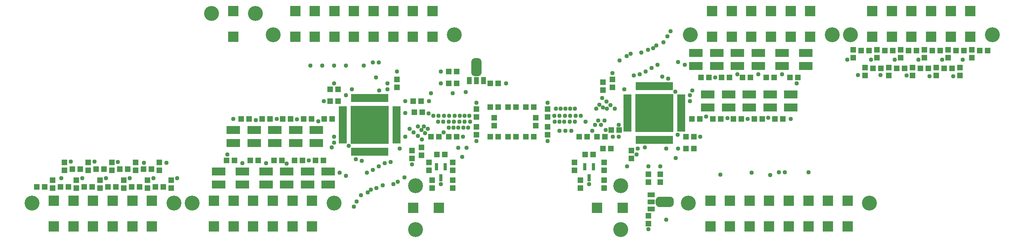
<source format=gbr>
G04 EAGLE Gerber RS-274X export*
G75*
%MOMM*%
%FSLAX34Y34*%
%LPD*%
%INSoldermask Top*%
%IPPOS*%
%AMOC8*
5,1,8,0,0,1.08239X$1,22.5*%
G01*
%ADD10R,1.303200X1.203200*%
%ADD11R,1.203200X1.303200*%
%ADD12R,2.303200X2.303200*%
%ADD13C,3.203200*%
%ADD14R,0.803200X1.603200*%
%ADD15R,1.678200X0.503200*%
%ADD16R,0.503200X1.678200*%
%ADD17R,8.203200X8.203200*%
%ADD18R,2.903200X1.803200*%
%ADD19R,1.003200X1.603200*%
%ADD20R,1.000000X1.600000*%
%ADD21R,1.603200X1.003200*%
%ADD22R,1.600000X1.000000*%
%ADD23C,0.959600*%

G36*
X980734Y345617D02*
X980734Y345617D01*
X981068Y345627D01*
X981145Y345637D01*
X981223Y345641D01*
X981554Y345689D01*
X981886Y345732D01*
X981962Y345749D01*
X982039Y345760D01*
X982364Y345841D01*
X982689Y345915D01*
X982763Y345940D01*
X982839Y345958D01*
X983155Y346070D01*
X983472Y346175D01*
X983543Y346207D01*
X983616Y346233D01*
X983920Y346374D01*
X984225Y346510D01*
X984293Y346548D01*
X984363Y346581D01*
X984652Y346752D01*
X984942Y346916D01*
X985006Y346961D01*
X985073Y347001D01*
X985344Y347198D01*
X985617Y347390D01*
X985676Y347441D01*
X985739Y347487D01*
X985989Y347710D01*
X986242Y347927D01*
X986296Y347983D01*
X986355Y348035D01*
X986582Y348281D01*
X986813Y348522D01*
X986861Y348583D01*
X986914Y348641D01*
X987116Y348906D01*
X987323Y349170D01*
X987365Y349235D01*
X987412Y349297D01*
X987587Y349582D01*
X987768Y349863D01*
X987804Y349933D01*
X987845Y349999D01*
X987991Y350299D01*
X988144Y350597D01*
X988173Y350670D01*
X988207Y350740D01*
X988324Y351053D01*
X988447Y351364D01*
X988468Y351439D01*
X988496Y351512D01*
X988582Y351835D01*
X988674Y352156D01*
X988688Y352233D01*
X988708Y352308D01*
X988763Y352638D01*
X988823Y352967D01*
X988828Y353030D01*
X988843Y353122D01*
X988898Y353944D01*
X988895Y354037D01*
X988899Y354100D01*
X988899Y375850D01*
X988883Y376184D01*
X988873Y376518D01*
X988863Y376595D01*
X988859Y376673D01*
X988811Y377004D01*
X988768Y377336D01*
X988751Y377412D01*
X988740Y377489D01*
X988659Y377814D01*
X988585Y378139D01*
X988560Y378213D01*
X988542Y378289D01*
X988430Y378605D01*
X988325Y378922D01*
X988293Y378993D01*
X988267Y379066D01*
X988126Y379370D01*
X987990Y379675D01*
X987952Y379743D01*
X987919Y379813D01*
X987748Y380102D01*
X987584Y380392D01*
X987539Y380456D01*
X987499Y380523D01*
X987302Y380794D01*
X987110Y381067D01*
X987059Y381126D01*
X987013Y381189D01*
X986790Y381439D01*
X986573Y381692D01*
X986517Y381746D01*
X986465Y381805D01*
X986219Y382032D01*
X985978Y382263D01*
X985917Y382311D01*
X985859Y382364D01*
X985594Y382566D01*
X985331Y382773D01*
X985265Y382815D01*
X985203Y382862D01*
X984918Y383037D01*
X984637Y383218D01*
X984567Y383254D01*
X984501Y383295D01*
X984201Y383441D01*
X983903Y383594D01*
X983830Y383623D01*
X983760Y383657D01*
X983447Y383774D01*
X983136Y383897D01*
X983061Y383918D01*
X982988Y383946D01*
X982665Y384032D01*
X982344Y384124D01*
X982267Y384138D01*
X982192Y384158D01*
X981862Y384213D01*
X981533Y384273D01*
X981470Y384278D01*
X981378Y384293D01*
X980556Y384348D01*
X980463Y384345D01*
X980400Y384349D01*
X975150Y384349D01*
X974816Y384333D01*
X974482Y384323D01*
X974405Y384313D01*
X974327Y384309D01*
X973996Y384261D01*
X973664Y384218D01*
X973588Y384201D01*
X973511Y384190D01*
X973186Y384109D01*
X972861Y384035D01*
X972787Y384010D01*
X972711Y383992D01*
X972395Y383880D01*
X972078Y383775D01*
X972007Y383743D01*
X971934Y383717D01*
X971630Y383576D01*
X971325Y383440D01*
X971257Y383402D01*
X971187Y383369D01*
X970898Y383198D01*
X970608Y383034D01*
X970544Y382989D01*
X970477Y382949D01*
X970206Y382752D01*
X969933Y382560D01*
X969874Y382509D01*
X969811Y382463D01*
X969561Y382240D01*
X969308Y382023D01*
X969254Y381967D01*
X969196Y381915D01*
X968968Y381669D01*
X968737Y381428D01*
X968689Y381367D01*
X968636Y381309D01*
X968434Y381044D01*
X968227Y380781D01*
X968185Y380715D01*
X968138Y380653D01*
X967963Y380368D01*
X967782Y380087D01*
X967746Y380017D01*
X967705Y379951D01*
X967559Y379651D01*
X967406Y379353D01*
X967378Y379280D01*
X967343Y379210D01*
X967226Y378897D01*
X967103Y378586D01*
X967082Y378511D01*
X967054Y378438D01*
X966968Y378115D01*
X966876Y377794D01*
X966862Y377717D01*
X966842Y377642D01*
X966787Y377312D01*
X966727Y376983D01*
X966722Y376920D01*
X966707Y376828D01*
X966652Y376006D01*
X966655Y375913D01*
X966651Y375850D01*
X966651Y354100D01*
X966667Y353766D01*
X966677Y353432D01*
X966687Y353355D01*
X966691Y353277D01*
X966739Y352946D01*
X966782Y352614D01*
X966799Y352538D01*
X966810Y352461D01*
X966891Y352136D01*
X966965Y351811D01*
X966990Y351737D01*
X967008Y351661D01*
X967120Y351345D01*
X967225Y351028D01*
X967257Y350957D01*
X967283Y350884D01*
X967424Y350580D01*
X967560Y350275D01*
X967598Y350207D01*
X967631Y350137D01*
X967802Y349848D01*
X967966Y349558D01*
X968011Y349494D01*
X968051Y349427D01*
X968248Y349156D01*
X968440Y348883D01*
X968491Y348824D01*
X968537Y348761D01*
X968760Y348511D01*
X968977Y348258D01*
X969033Y348204D01*
X969085Y348146D01*
X969331Y347918D01*
X969572Y347687D01*
X969633Y347639D01*
X969691Y347586D01*
X969956Y347384D01*
X970220Y347177D01*
X970285Y347135D01*
X970347Y347088D01*
X970632Y346913D01*
X970913Y346732D01*
X970983Y346696D01*
X971049Y346655D01*
X971349Y346509D01*
X971647Y346356D01*
X971720Y346328D01*
X971790Y346293D01*
X972103Y346176D01*
X972414Y346053D01*
X972489Y346032D01*
X972562Y346004D01*
X972885Y345918D01*
X973206Y345826D01*
X973283Y345812D01*
X973358Y345792D01*
X973688Y345737D01*
X974017Y345677D01*
X974080Y345672D01*
X974172Y345657D01*
X974994Y345602D01*
X975087Y345605D01*
X975150Y345601D01*
X980400Y345601D01*
X980734Y345617D01*
G37*
G36*
X1392184Y65217D02*
X1392184Y65217D01*
X1392518Y65227D01*
X1392595Y65237D01*
X1392673Y65241D01*
X1393004Y65289D01*
X1393336Y65332D01*
X1393412Y65349D01*
X1393489Y65360D01*
X1393814Y65441D01*
X1394139Y65515D01*
X1394213Y65540D01*
X1394289Y65558D01*
X1394605Y65670D01*
X1394922Y65775D01*
X1394993Y65807D01*
X1395066Y65833D01*
X1395370Y65974D01*
X1395675Y66110D01*
X1395743Y66148D01*
X1395813Y66181D01*
X1396102Y66352D01*
X1396392Y66516D01*
X1396456Y66561D01*
X1396523Y66601D01*
X1396794Y66798D01*
X1397067Y66990D01*
X1397126Y67041D01*
X1397189Y67087D01*
X1397439Y67310D01*
X1397692Y67527D01*
X1397746Y67583D01*
X1397805Y67635D01*
X1398032Y67881D01*
X1398263Y68122D01*
X1398311Y68183D01*
X1398364Y68241D01*
X1398566Y68506D01*
X1398773Y68770D01*
X1398815Y68835D01*
X1398862Y68897D01*
X1399037Y69182D01*
X1399218Y69463D01*
X1399254Y69533D01*
X1399295Y69599D01*
X1399441Y69899D01*
X1399594Y70197D01*
X1399623Y70270D01*
X1399657Y70340D01*
X1399774Y70653D01*
X1399897Y70964D01*
X1399918Y71039D01*
X1399946Y71112D01*
X1400032Y71435D01*
X1400124Y71756D01*
X1400138Y71833D01*
X1400158Y71908D01*
X1400213Y72238D01*
X1400273Y72567D01*
X1400278Y72630D01*
X1400293Y72722D01*
X1400348Y73544D01*
X1400345Y73637D01*
X1400349Y73700D01*
X1400349Y78950D01*
X1400333Y79284D01*
X1400323Y79618D01*
X1400313Y79695D01*
X1400309Y79773D01*
X1400261Y80104D01*
X1400218Y80436D01*
X1400201Y80512D01*
X1400190Y80589D01*
X1400109Y80914D01*
X1400035Y81239D01*
X1400010Y81313D01*
X1399992Y81389D01*
X1399880Y81705D01*
X1399775Y82022D01*
X1399743Y82093D01*
X1399717Y82166D01*
X1399576Y82470D01*
X1399440Y82775D01*
X1399402Y82843D01*
X1399369Y82913D01*
X1399198Y83202D01*
X1399034Y83492D01*
X1398989Y83556D01*
X1398949Y83623D01*
X1398752Y83894D01*
X1398560Y84167D01*
X1398509Y84226D01*
X1398463Y84289D01*
X1398240Y84539D01*
X1398023Y84792D01*
X1397967Y84846D01*
X1397915Y84905D01*
X1397669Y85132D01*
X1397428Y85363D01*
X1397367Y85411D01*
X1397309Y85464D01*
X1397044Y85666D01*
X1396781Y85873D01*
X1396715Y85915D01*
X1396653Y85962D01*
X1396368Y86137D01*
X1396087Y86318D01*
X1396017Y86354D01*
X1395951Y86395D01*
X1395651Y86541D01*
X1395353Y86694D01*
X1395280Y86723D01*
X1395210Y86757D01*
X1394897Y86874D01*
X1394586Y86997D01*
X1394511Y87018D01*
X1394438Y87046D01*
X1394115Y87132D01*
X1393794Y87224D01*
X1393717Y87238D01*
X1393642Y87258D01*
X1393312Y87313D01*
X1392983Y87373D01*
X1392920Y87378D01*
X1392828Y87393D01*
X1392006Y87448D01*
X1391913Y87445D01*
X1391850Y87449D01*
X1370100Y87449D01*
X1369766Y87433D01*
X1369432Y87423D01*
X1369355Y87413D01*
X1369277Y87409D01*
X1368946Y87361D01*
X1368614Y87318D01*
X1368538Y87301D01*
X1368461Y87290D01*
X1368136Y87209D01*
X1367811Y87135D01*
X1367737Y87110D01*
X1367661Y87092D01*
X1367345Y86980D01*
X1367028Y86875D01*
X1366957Y86843D01*
X1366884Y86817D01*
X1366580Y86676D01*
X1366275Y86540D01*
X1366207Y86502D01*
X1366137Y86469D01*
X1365848Y86298D01*
X1365558Y86134D01*
X1365494Y86089D01*
X1365427Y86049D01*
X1365156Y85852D01*
X1364883Y85660D01*
X1364824Y85609D01*
X1364761Y85563D01*
X1364511Y85340D01*
X1364258Y85123D01*
X1364204Y85067D01*
X1364146Y85015D01*
X1363918Y84769D01*
X1363687Y84528D01*
X1363639Y84467D01*
X1363586Y84409D01*
X1363384Y84144D01*
X1363177Y83881D01*
X1363135Y83815D01*
X1363088Y83753D01*
X1362913Y83468D01*
X1362732Y83187D01*
X1362696Y83117D01*
X1362655Y83051D01*
X1362509Y82751D01*
X1362356Y82453D01*
X1362328Y82380D01*
X1362293Y82310D01*
X1362176Y81997D01*
X1362053Y81686D01*
X1362032Y81611D01*
X1362004Y81538D01*
X1361918Y81215D01*
X1361826Y80894D01*
X1361812Y80817D01*
X1361792Y80742D01*
X1361737Y80412D01*
X1361677Y80083D01*
X1361672Y80020D01*
X1361657Y79928D01*
X1361602Y79106D01*
X1361605Y79013D01*
X1361601Y78950D01*
X1361601Y73700D01*
X1361617Y73366D01*
X1361627Y73032D01*
X1361637Y72955D01*
X1361641Y72877D01*
X1361689Y72546D01*
X1361732Y72214D01*
X1361749Y72138D01*
X1361760Y72061D01*
X1361841Y71736D01*
X1361915Y71411D01*
X1361940Y71337D01*
X1361958Y71261D01*
X1362070Y70945D01*
X1362175Y70628D01*
X1362207Y70557D01*
X1362233Y70484D01*
X1362374Y70180D01*
X1362510Y69875D01*
X1362548Y69807D01*
X1362581Y69737D01*
X1362752Y69448D01*
X1362916Y69158D01*
X1362961Y69094D01*
X1363001Y69027D01*
X1363198Y68756D01*
X1363390Y68483D01*
X1363441Y68424D01*
X1363487Y68361D01*
X1363710Y68111D01*
X1363927Y67858D01*
X1363983Y67804D01*
X1364035Y67746D01*
X1364281Y67518D01*
X1364522Y67287D01*
X1364583Y67239D01*
X1364641Y67186D01*
X1364906Y66984D01*
X1365170Y66777D01*
X1365235Y66735D01*
X1365297Y66688D01*
X1365582Y66513D01*
X1365863Y66332D01*
X1365933Y66296D01*
X1365999Y66255D01*
X1366299Y66109D01*
X1366597Y65956D01*
X1366670Y65928D01*
X1366740Y65893D01*
X1367053Y65776D01*
X1367364Y65653D01*
X1367439Y65632D01*
X1367512Y65604D01*
X1367835Y65518D01*
X1368156Y65426D01*
X1368233Y65412D01*
X1368308Y65392D01*
X1368638Y65337D01*
X1368967Y65277D01*
X1369030Y65272D01*
X1369122Y65257D01*
X1369944Y65202D01*
X1370037Y65205D01*
X1370100Y65201D01*
X1391850Y65201D01*
X1392184Y65217D01*
G37*
D10*
X632850Y165100D03*
X649850Y165100D03*
X588400Y165100D03*
X605400Y165100D03*
X664600Y292100D03*
X681600Y292100D03*
D11*
X839470Y169300D03*
X839470Y186300D03*
X859790Y175650D03*
X859790Y192650D03*
D10*
X861940Y267970D03*
X844940Y267970D03*
X859400Y292100D03*
X842400Y292100D03*
D11*
X807720Y338700D03*
X807720Y321700D03*
D10*
X1062600Y215900D03*
X1045600Y215900D03*
X1062600Y279400D03*
X1045600Y279400D03*
D11*
X977900Y237100D03*
X977900Y220100D03*
X977900Y275200D03*
X977900Y258200D03*
D10*
X543950Y165100D03*
X560950Y165100D03*
X1024500Y330200D03*
X1007500Y330200D03*
X918600Y355600D03*
X935600Y355600D03*
X935600Y215900D03*
X918600Y215900D03*
X897500Y215900D03*
X880500Y215900D03*
D11*
X927100Y105800D03*
X927100Y122800D03*
X882650Y105800D03*
X882650Y122800D03*
D10*
X493150Y165100D03*
X510150Y165100D03*
X442350Y165100D03*
X459350Y165100D03*
D11*
X1130300Y258200D03*
X1130300Y275200D03*
X1130300Y220100D03*
X1130300Y237100D03*
D10*
X651900Y254000D03*
X668900Y254000D03*
X607450Y254000D03*
X624450Y254000D03*
X563000Y254000D03*
X580000Y254000D03*
X518550Y254000D03*
X535550Y254000D03*
X474100Y254000D03*
X491100Y254000D03*
D12*
X897450Y63500D03*
X842450Y63500D03*
D13*
X847050Y110500D03*
X847050Y16500D03*
D10*
X289950Y107950D03*
X306950Y107950D03*
X239150Y107950D03*
X256150Y107950D03*
X188350Y107950D03*
X205350Y107950D03*
X137550Y107950D03*
X154550Y107950D03*
X86750Y107950D03*
X103750Y107950D03*
X35950Y107950D03*
X52950Y107950D03*
X264550Y146050D03*
X281550Y146050D03*
X213750Y146050D03*
X230750Y146050D03*
X162950Y146050D03*
X179950Y146050D03*
X112150Y146050D03*
X129150Y146050D03*
D14*
X911200Y151200D03*
X892200Y151200D03*
X901700Y128200D03*
D15*
X691920Y278800D03*
X691920Y273800D03*
X691920Y268800D03*
X691920Y263800D03*
X691920Y258800D03*
X691920Y253800D03*
X691920Y248800D03*
X691920Y243800D03*
X691920Y238800D03*
X691920Y233800D03*
X691920Y228800D03*
X691920Y223800D03*
X691920Y218800D03*
X691920Y213800D03*
X691920Y208800D03*
X691920Y203800D03*
D16*
X711800Y183920D03*
X716800Y183920D03*
X721800Y183920D03*
X726800Y183920D03*
X731800Y183920D03*
X736800Y183920D03*
X741800Y183920D03*
X746800Y183920D03*
X751800Y183920D03*
X756800Y183920D03*
X761800Y183920D03*
X766800Y183920D03*
X771800Y183920D03*
X776800Y183920D03*
X781800Y183920D03*
X786800Y183920D03*
D15*
X806680Y203800D03*
X806680Y208800D03*
X806680Y213800D03*
X806680Y218800D03*
X806680Y223800D03*
X806680Y228800D03*
X806680Y233800D03*
X806680Y238800D03*
X806680Y243800D03*
X806680Y248800D03*
X806680Y253800D03*
X806680Y258800D03*
X806680Y263800D03*
X806680Y268800D03*
X806680Y273800D03*
X806680Y278800D03*
D16*
X786800Y298680D03*
X781800Y298680D03*
X776800Y298680D03*
X771800Y298680D03*
X766800Y298680D03*
X761800Y298680D03*
X756800Y298680D03*
X751800Y298680D03*
X746800Y298680D03*
X741800Y298680D03*
X736800Y298680D03*
X731800Y298680D03*
X726800Y298680D03*
X721800Y298680D03*
X716800Y298680D03*
X711800Y298680D03*
D17*
X749300Y241300D03*
D18*
X660400Y113000D03*
X660400Y141000D03*
X615950Y113000D03*
X615950Y141000D03*
X457200Y201900D03*
X457200Y229900D03*
D11*
X681600Y317500D03*
X664600Y317500D03*
D18*
X571500Y113000D03*
X571500Y141000D03*
X527050Y113000D03*
X527050Y141000D03*
X476250Y113000D03*
X476250Y141000D03*
X425450Y113000D03*
X425450Y141000D03*
X635000Y201900D03*
X635000Y229900D03*
X590550Y201900D03*
X590550Y229900D03*
X546100Y201900D03*
X546100Y229900D03*
X501650Y201900D03*
X501650Y229900D03*
D10*
X323850Y105800D03*
X323850Y122800D03*
X273050Y105800D03*
X273050Y122800D03*
X95250Y143900D03*
X95250Y160900D03*
D11*
X1024500Y215900D03*
X1007500Y215900D03*
X1024500Y279400D03*
X1007500Y279400D03*
D10*
X1016000Y256150D03*
X1016000Y239150D03*
D11*
X935600Y330200D03*
X918600Y330200D03*
X910200Y177800D03*
X893200Y177800D03*
D10*
X927100Y143900D03*
X927100Y160900D03*
X876300Y143900D03*
X876300Y160900D03*
X222250Y105800D03*
X222250Y122800D03*
X171450Y105800D03*
X171450Y122800D03*
D11*
X1083700Y279400D03*
X1100700Y279400D03*
X1083700Y215900D03*
X1100700Y215900D03*
D10*
X1104900Y239150D03*
X1104900Y256150D03*
X120650Y105800D03*
X120650Y122800D03*
X69850Y105800D03*
X69850Y122800D03*
X298450Y143900D03*
X298450Y160900D03*
X247650Y143900D03*
X247650Y160900D03*
X196850Y143900D03*
X196850Y160900D03*
X146050Y143900D03*
X146050Y160900D03*
D19*
X962910Y335790D03*
X992890Y335790D03*
D20*
X977900Y335800D03*
D12*
X282800Y23300D03*
X240800Y23300D03*
X198800Y23300D03*
X156800Y23300D03*
X114800Y23300D03*
X72800Y23300D03*
X72800Y78300D03*
X198800Y78300D03*
X156800Y78300D03*
X114800Y78300D03*
X240800Y78300D03*
X282800Y78300D03*
D13*
X329800Y73700D03*
X25800Y73700D03*
D12*
X625700Y23300D03*
X583700Y23300D03*
X541700Y23300D03*
X499700Y23300D03*
X457700Y23300D03*
X415700Y23300D03*
X415700Y78300D03*
X541700Y78300D03*
X499700Y78300D03*
X457700Y78300D03*
X583700Y78300D03*
X625700Y78300D03*
D13*
X672700Y73700D03*
X368700Y73700D03*
D12*
X589600Y484700D03*
X631600Y484700D03*
X673600Y484700D03*
X715600Y484700D03*
X757600Y484700D03*
X799600Y484700D03*
X841600Y484700D03*
X883600Y484700D03*
X715600Y429700D03*
X757600Y429700D03*
X799600Y429700D03*
X841600Y429700D03*
X883600Y429700D03*
X589600Y429700D03*
X631600Y429700D03*
X673600Y429700D03*
D13*
X542600Y434300D03*
X930600Y434300D03*
D10*
X1253100Y215900D03*
X1236100Y215900D03*
X1215000Y215900D03*
X1198000Y215900D03*
D11*
X1200150Y105800D03*
X1200150Y122800D03*
X1250950Y105800D03*
X1250950Y122800D03*
D12*
X1236150Y63500D03*
X1291150Y63500D03*
D13*
X1286550Y16500D03*
X1286550Y110500D03*
D14*
X1228700Y151200D03*
X1209700Y151200D03*
X1219200Y128200D03*
D11*
X1227700Y177800D03*
X1210700Y177800D03*
D10*
X1187450Y143900D03*
X1187450Y160900D03*
X1250950Y143900D03*
X1250950Y160900D03*
D12*
X457200Y429700D03*
X457200Y484700D03*
D13*
X504200Y480100D03*
X410200Y480100D03*
D10*
X1475350Y342900D03*
X1458350Y342900D03*
X1519800Y342900D03*
X1502800Y342900D03*
X1443600Y215900D03*
X1426600Y215900D03*
D11*
X1268730Y338700D03*
X1268730Y321700D03*
X1248410Y332350D03*
X1248410Y315350D03*
D10*
X1266580Y229870D03*
X1283580Y229870D03*
X1248800Y190500D03*
X1265800Y190500D03*
D11*
X1309370Y169300D03*
X1309370Y186300D03*
D10*
X1564250Y342900D03*
X1547250Y342900D03*
D11*
X1346200Y29600D03*
X1346200Y46600D03*
X1371600Y135500D03*
X1371600Y118500D03*
D10*
X1615050Y342900D03*
X1598050Y342900D03*
X1665850Y342900D03*
X1648850Y342900D03*
X1456300Y254000D03*
X1439300Y254000D03*
X1500750Y254000D03*
X1483750Y254000D03*
X1545200Y254000D03*
X1528200Y254000D03*
X1589650Y254000D03*
X1572650Y254000D03*
X1634100Y254000D03*
X1617100Y254000D03*
X1818250Y400050D03*
X1801250Y400050D03*
X1869050Y400050D03*
X1852050Y400050D03*
X1919850Y400050D03*
X1902850Y400050D03*
X1970650Y400050D03*
X1953650Y400050D03*
X2021450Y400050D03*
X2004450Y400050D03*
X2072250Y400050D03*
X2055250Y400050D03*
X1843650Y361950D03*
X1826650Y361950D03*
X1894450Y361950D03*
X1877450Y361950D03*
X1945250Y361950D03*
X1928250Y361950D03*
X1996050Y361950D03*
X1979050Y361950D03*
D15*
X1416280Y229200D03*
X1416280Y234200D03*
X1416280Y239200D03*
X1416280Y244200D03*
X1416280Y249200D03*
X1416280Y254200D03*
X1416280Y259200D03*
X1416280Y264200D03*
X1416280Y269200D03*
X1416280Y274200D03*
X1416280Y279200D03*
X1416280Y284200D03*
X1416280Y289200D03*
X1416280Y294200D03*
X1416280Y299200D03*
X1416280Y304200D03*
D16*
X1396400Y324080D03*
X1391400Y324080D03*
X1386400Y324080D03*
X1381400Y324080D03*
X1376400Y324080D03*
X1371400Y324080D03*
X1366400Y324080D03*
X1361400Y324080D03*
X1356400Y324080D03*
X1351400Y324080D03*
X1346400Y324080D03*
X1341400Y324080D03*
X1336400Y324080D03*
X1331400Y324080D03*
X1326400Y324080D03*
X1321400Y324080D03*
D15*
X1301520Y304200D03*
X1301520Y299200D03*
X1301520Y294200D03*
X1301520Y289200D03*
X1301520Y284200D03*
X1301520Y279200D03*
X1301520Y274200D03*
X1301520Y269200D03*
X1301520Y264200D03*
X1301520Y259200D03*
X1301520Y254200D03*
X1301520Y249200D03*
X1301520Y244200D03*
X1301520Y239200D03*
X1301520Y234200D03*
X1301520Y229200D03*
D16*
X1321400Y209320D03*
X1326400Y209320D03*
X1331400Y209320D03*
X1336400Y209320D03*
X1341400Y209320D03*
X1346400Y209320D03*
X1351400Y209320D03*
X1356400Y209320D03*
X1361400Y209320D03*
X1366400Y209320D03*
X1371400Y209320D03*
X1376400Y209320D03*
X1381400Y209320D03*
X1386400Y209320D03*
X1391400Y209320D03*
X1396400Y209320D03*
D17*
X1358900Y266700D03*
D18*
X1447800Y395000D03*
X1447800Y367000D03*
X1492250Y395000D03*
X1492250Y367000D03*
X1651000Y306100D03*
X1651000Y278100D03*
D11*
X1426600Y190500D03*
X1443600Y190500D03*
D18*
X1536700Y395000D03*
X1536700Y367000D03*
X1581150Y395000D03*
X1581150Y367000D03*
X1631950Y395000D03*
X1631950Y367000D03*
X1682750Y395000D03*
X1682750Y367000D03*
X1473200Y306100D03*
X1473200Y278100D03*
X1517650Y306100D03*
X1517650Y278100D03*
X1562100Y306100D03*
X1562100Y278100D03*
X1606550Y306100D03*
X1606550Y278100D03*
D10*
X1784350Y402200D03*
X1784350Y385200D03*
X1835150Y402200D03*
X1835150Y385200D03*
X2012950Y364100D03*
X2012950Y347100D03*
X1346200Y118500D03*
X1346200Y135500D03*
X1885950Y402200D03*
X1885950Y385200D03*
X1936750Y402200D03*
X1936750Y385200D03*
X1987550Y402200D03*
X1987550Y385200D03*
X2038350Y402200D03*
X2038350Y385200D03*
X1809750Y364100D03*
X1809750Y347100D03*
X1860550Y364100D03*
X1860550Y347100D03*
X1911350Y364100D03*
X1911350Y347100D03*
X1962150Y364100D03*
X1962150Y347100D03*
D21*
X1351790Y91190D03*
X1351790Y61210D03*
D22*
X1351800Y76200D03*
D12*
X1825400Y484700D03*
X1867400Y484700D03*
X1909400Y484700D03*
X1951400Y484700D03*
X1993400Y484700D03*
X2035400Y484700D03*
X2035400Y429700D03*
X1909400Y429700D03*
X1951400Y429700D03*
X1993400Y429700D03*
X1867400Y429700D03*
X1825400Y429700D03*
D13*
X1778400Y434300D03*
X2082400Y434300D03*
D12*
X1482500Y484700D03*
X1524500Y484700D03*
X1566500Y484700D03*
X1608500Y484700D03*
X1650500Y484700D03*
X1692500Y484700D03*
X1692500Y429700D03*
X1566500Y429700D03*
X1608500Y429700D03*
X1650500Y429700D03*
X1524500Y429700D03*
X1482500Y429700D03*
D13*
X1435500Y434300D03*
X1739500Y434300D03*
D12*
X1772600Y23300D03*
X1730600Y23300D03*
X1688600Y23300D03*
X1646600Y23300D03*
X1604600Y23300D03*
X1562600Y23300D03*
X1520600Y23300D03*
X1478600Y23300D03*
X1646600Y78300D03*
X1604600Y78300D03*
X1562600Y78300D03*
X1520600Y78300D03*
X1478600Y78300D03*
X1772600Y78300D03*
X1730600Y78300D03*
X1688600Y78300D03*
D13*
X1819600Y73700D03*
X1431600Y73700D03*
D23*
X285750Y127000D03*
X808990Y119380D03*
X619125Y165100D03*
X793750Y161290D03*
X234950Y127000D03*
X800024Y114224D03*
X571500Y158468D03*
X781050Y158750D03*
X527050Y158750D03*
X768350Y152400D03*
X184150Y127000D03*
X777240Y111816D03*
X133350Y127000D03*
X763270Y105748D03*
X476250Y158750D03*
X755650Y144780D03*
X88900Y127000D03*
X751840Y102700D03*
X444500Y177800D03*
X742950Y138430D03*
X684530Y138430D03*
X313690Y160020D03*
X745056Y96632D03*
X638810Y248920D03*
X732508Y163830D03*
X265430Y160020D03*
X730250Y90170D03*
X593090Y252730D03*
X719585Y167866D03*
X209550Y161290D03*
X721535Y77295D03*
X549910Y254000D03*
X704215Y195994D03*
X160020Y162560D03*
X715010Y66040D03*
X505460Y251460D03*
X673100Y203200D03*
X109220Y162560D03*
X668020Y193040D03*
X457200Y254000D03*
X673100Y215900D03*
X336550Y127000D03*
X824060Y128440D03*
X698500Y132080D03*
X813656Y190445D03*
X977900Y288925D03*
X977900Y206375D03*
X1041400Y330200D03*
X807720Y355600D03*
X787400Y317500D03*
X875030Y265430D03*
X825500Y266700D03*
X825500Y215900D03*
X839470Y156210D03*
X852170Y237490D03*
X885190Y260350D03*
X859790Y229870D03*
X867410Y223520D03*
X873760Y232410D03*
X864870Y237490D03*
X895350Y247650D03*
X906780Y247650D03*
X918210Y234950D03*
X928370Y234950D03*
X938530Y234950D03*
X949960Y234950D03*
X960120Y234950D03*
X918210Y247650D03*
X929640Y247650D03*
X941070Y247650D03*
X952500Y247650D03*
X963930Y247650D03*
X962660Y260350D03*
X952500Y260350D03*
X942340Y260350D03*
X930910Y260350D03*
X919480Y260350D03*
X908050Y260350D03*
X896620Y260350D03*
X834390Y232410D03*
X843280Y224790D03*
X852170Y217170D03*
X861060Y209550D03*
X907794Y225425D03*
X949325Y215900D03*
X901700Y114300D03*
X901700Y355600D03*
X650875Y292100D03*
X876300Y292100D03*
X955040Y311150D03*
X927100Y308610D03*
X880110Y308610D03*
X938530Y191770D03*
X956310Y191770D03*
X622300Y368300D03*
X647700Y368300D03*
X673100Y368300D03*
X698500Y368300D03*
X736600Y368300D03*
X755650Y374650D03*
X768350Y374650D03*
X762868Y342900D03*
X787400Y330200D03*
X673100Y330200D03*
X901700Y330200D03*
X769620Y314960D03*
X825500Y292100D03*
X1219200Y114300D03*
X1130300Y206375D03*
X1130300Y288925D03*
X1225550Y228344D03*
X1270000Y215900D03*
X1300480Y152400D03*
X1323340Y190500D03*
X1254760Y229870D03*
X1282700Y241300D03*
X1268730Y351790D03*
X1248410Y278130D03*
X1240790Y284480D03*
X1234440Y275590D03*
X1201420Y260350D03*
X1188720Y275590D03*
X1178560Y275590D03*
X1168400Y275590D03*
X1158240Y275590D03*
X1148080Y275590D03*
X1189990Y260350D03*
X1178560Y260350D03*
X1167130Y260350D03*
X1155700Y260350D03*
X1144270Y260350D03*
X1145540Y247650D03*
X1155700Y247650D03*
X1165860Y247650D03*
X1177290Y247650D03*
X1188720Y247650D03*
X1211580Y247650D03*
X1273810Y275590D03*
X1264920Y283210D03*
X1256030Y290830D03*
X1247140Y298450D03*
X1371600Y152400D03*
X1457325Y215900D03*
X1346200Y17780D03*
X1257300Y275590D03*
X1384300Y38100D03*
X1155700Y228600D03*
X1168400Y228600D03*
X1181100Y228600D03*
X1231900Y241300D03*
X1238250Y250190D03*
X1252220Y250190D03*
X1244600Y241300D03*
X1408430Y219710D03*
X698500Y304800D03*
X711200Y317500D03*
X947420Y172720D03*
X1822450Y381000D03*
X1299210Y388620D03*
X1489075Y342900D03*
X1314450Y346710D03*
X1873250Y381000D03*
X1308176Y393776D03*
X1536700Y349532D03*
X1327150Y349250D03*
X1581150Y349250D03*
X1339850Y355600D03*
X1924050Y381000D03*
X1330960Y396184D03*
X1974850Y381000D03*
X1344930Y402252D03*
X1631950Y349250D03*
X1352550Y363220D03*
X2019300Y381000D03*
X1356360Y405300D03*
X1663700Y330200D03*
X1365250Y369570D03*
X1423670Y369570D03*
X1794510Y347980D03*
X1363144Y411368D03*
X1469390Y259080D03*
X1375692Y344170D03*
X1842770Y347980D03*
X1377950Y417830D03*
X1515110Y255270D03*
X1388615Y340134D03*
X1898650Y346710D03*
X1386665Y430705D03*
X1558290Y254000D03*
X1403985Y312006D03*
X1948180Y345440D03*
X1393190Y441960D03*
X1602740Y256540D03*
X1435100Y304800D03*
X1998980Y345440D03*
X1440180Y314960D03*
X1651000Y254000D03*
X1435100Y292100D03*
X1771650Y381000D03*
X1284140Y379560D03*
X1409700Y375920D03*
X1294544Y317555D03*
X1409700Y190500D03*
X1384300Y190500D03*
X1689100Y139700D03*
X1638300Y139700D03*
X1625600Y139700D03*
X1606550Y133350D03*
X1567180Y138430D03*
X1499870Y134620D03*
X1320800Y177800D03*
X1404620Y170180D03*
X1346200Y152400D03*
X1338580Y193040D03*
X1282700Y215900D03*
M02*

</source>
